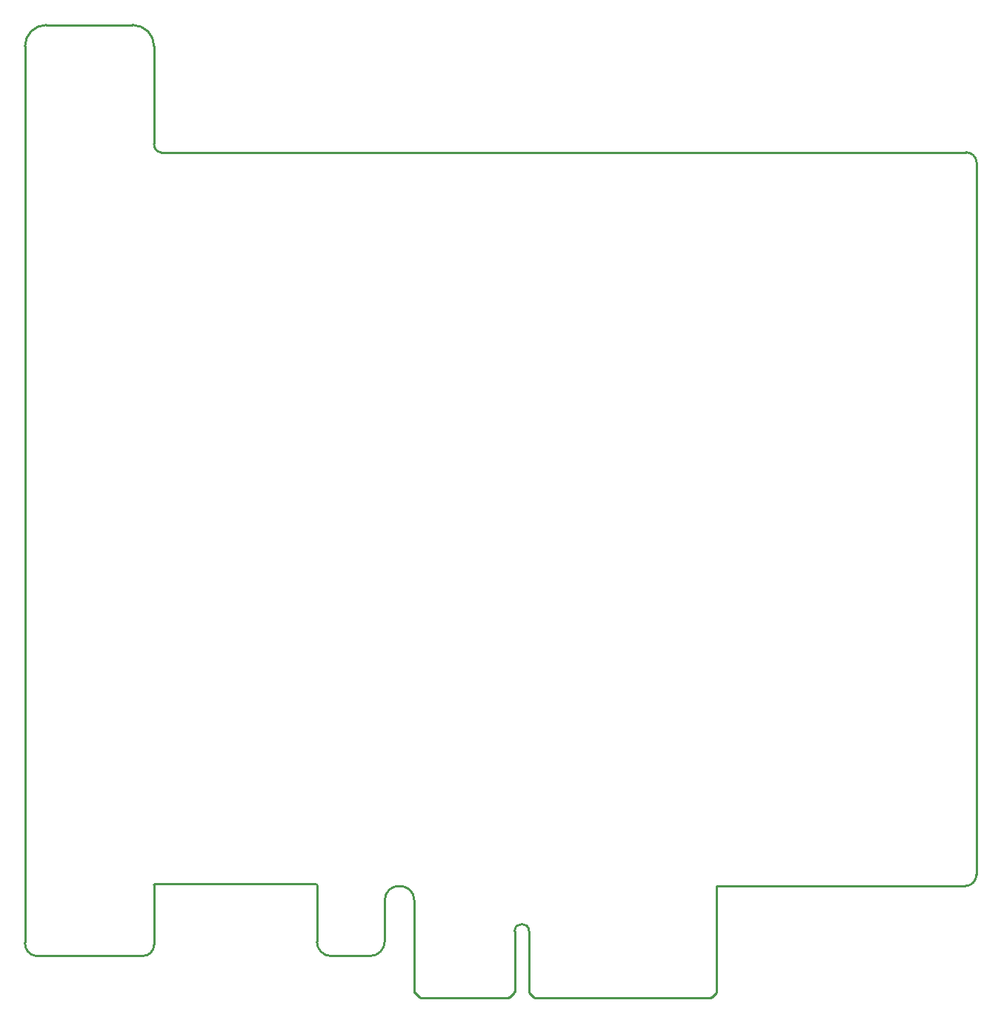
<source format=gbr>
G04*
G04 #@! TF.GenerationSoftware,Altium Limited,Altium Designer,23.7.1 (13)*
G04*
G04 Layer_Color=8388736*
%FSLAX25Y25*%
%MOIN*%
G70*
G04*
G04 #@! TF.SameCoordinates,E44608C4-6370-4D0E-AFC6-BBC59DA78F3B*
G04*
G04*
G04 #@! TF.FilePolarity,Positive*
G04*
G01*
G75*
%ADD14C,0.01000*%
D14*
X127349Y-396954D02*
G03*
X133752Y-390551I0J6403D01*
G01*
X103244Y-390599D02*
G03*
X109647Y-397002I6403J0D01*
G01*
X-28043Y-390990D02*
G03*
X-23043Y-396990I5500J-500D01*
G01*
X25012Y-396990D02*
G03*
X30012Y-391990I-0J5000D01*
G01*
X395000Y-365510D02*
G03*
X400000Y-360509I0J5000D01*
G01*
X400000Y-39880D02*
G03*
X395332Y-35380I-4584J-84D01*
G01*
X30012Y-31666D02*
G03*
X33027Y-35380I3365J-349D01*
G01*
X30031Y12339D02*
G03*
X20458Y21911I-9573J0D01*
G01*
X-18490Y21911D02*
G03*
X-28063Y12339I0J-9573D01*
G01*
X149235Y-415558D02*
G03*
X149590Y-415706I355J352D01*
G01*
X147122Y-413238D02*
G03*
X147270Y-413593I500J0D01*
G01*
X149237Y-415560D02*
G03*
X149590Y-415706I354J354D01*
G01*
X147122Y-413238D02*
G03*
X147268Y-413591I500J0D01*
G01*
X147122Y-372194D02*
G03*
X147122Y-372198I500J0D01*
G01*
X147122Y-372194D02*
G03*
X133752Y-372194I-6685J0D01*
G01*
X189748Y-415706D02*
G03*
X190103Y-415558I0J500D01*
G01*
X189748Y-415706D02*
G03*
X190102Y-415560I0J500D01*
G01*
X192070Y-413591D02*
G03*
X192217Y-413238I-354J354D01*
G01*
X192068Y-413593D02*
G03*
X192217Y-413238I-352J355D01*
G01*
X198697D02*
G03*
X198845Y-413593I500J0D01*
G01*
X198697Y-413238D02*
G03*
X198843Y-413591I500J0D01*
G01*
X200812Y-415560D02*
G03*
X201165Y-415706I354J354D01*
G01*
X280693D02*
G03*
X281048Y-415558I0J500D01*
G01*
X280693Y-415706D02*
G03*
X281046Y-415560I0J500D01*
G01*
X200810Y-415558D02*
G03*
X201165Y-415706I355J352D01*
G01*
X283015Y-413591D02*
G03*
X283161Y-413238I-354J354D01*
G01*
X283013Y-413593D02*
G03*
X283161Y-413238I-352J355D01*
G01*
X198697Y-385876D02*
G03*
X192217Y-385876I-3240J0D01*
G01*
X103256Y-365009D02*
G03*
X102756Y-364509I-500J0D01*
G01*
X103256Y-365009D02*
G03*
X102756Y-364509I-500J0D01*
G01*
X30512D02*
G03*
X30012Y-365009I0J-500D01*
G01*
X30512Y-364509D02*
G03*
X30012Y-365009I0J-500D01*
G01*
X109647Y-396990D02*
X127349D01*
X103256Y-390599D02*
Y-365009D01*
X133752Y-390551D02*
Y-372194D01*
X-28043Y12339D02*
X-28043Y-390990D01*
X-23043Y-396990D02*
X25012D01*
X30012Y-391990D02*
Y-365009D01*
X283161Y-365510D02*
X395000D01*
X400000Y-39880D02*
X400000Y-360509D01*
X400000Y-39880D02*
X400000Y-360509D01*
X33027Y-35380D02*
X395332Y-35380D01*
X30012Y-31666D02*
Y12339D01*
X149235Y-415558D02*
X149237Y-415560D01*
X147270Y-413593D02*
X149235Y-415558D01*
X147268Y-413591D02*
X147270Y-413593D01*
X149590Y-415706D02*
X189748D01*
X147122Y-372198D02*
Y-372194D01*
X200810Y-415558D02*
X200812Y-415560D01*
X198845Y-413593D02*
X200810Y-415558D01*
X198843Y-413591D02*
X198845Y-413593D01*
X190102Y-415560D02*
X190103Y-415558D01*
X192068Y-413593D01*
X192070Y-413591D01*
X198697Y-413238D02*
Y-385876D01*
X201165Y-415706D02*
X280693D01*
X281046Y-415560D02*
X281048Y-415558D01*
X283013Y-413593D01*
X283015Y-413591D01*
X192217Y-413238D02*
Y-385876D01*
X283161Y-413238D02*
Y-365510D01*
X147122Y-372198D02*
X147122Y-413238D01*
X-18490Y21892D02*
X20458D01*
X30512Y-364509D02*
X102756D01*
M02*

</source>
